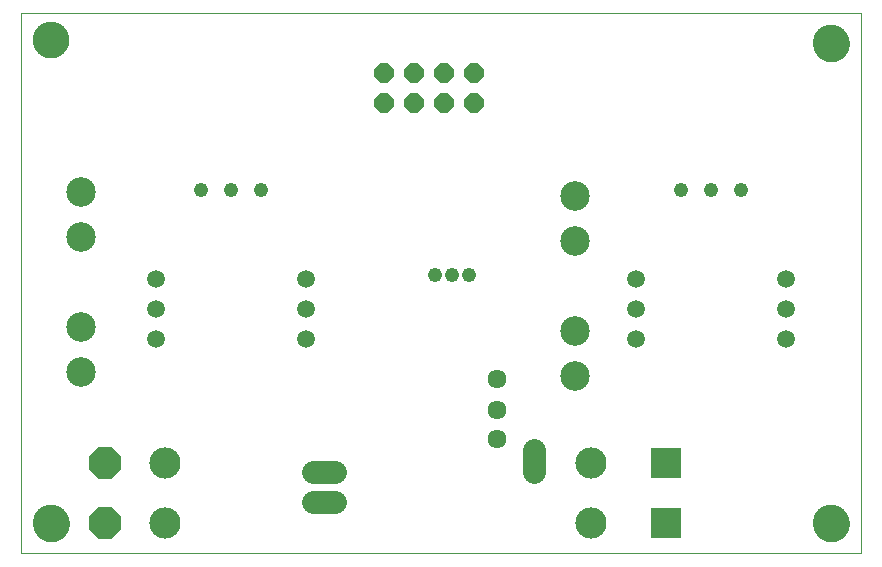
<source format=gbs>
G75*
%MOIN*%
%OFA0B0*%
%FSLAX25Y25*%
%IPPOS*%
%LPD*%
%AMOC8*
5,1,8,0,0,1.08239X$1,22.5*
%
%ADD10C,0.00000*%
%ADD11C,0.12211*%
%ADD12C,0.06337*%
%ADD13C,0.09849*%
%ADD14C,0.04900*%
%ADD15OC8,0.06337*%
%ADD16C,0.07800*%
%ADD17C,0.10400*%
%ADD18OC8,0.10400*%
%ADD19R,0.10400X0.10400*%
%ADD20C,0.05943*%
%ADD21C,0.04762*%
D10*
X0001000Y0023933D02*
X0001000Y0203933D01*
X0281000Y0203933D01*
X0281000Y0023933D01*
X0001000Y0023933D01*
X0005094Y0033933D02*
X0005096Y0034086D01*
X0005102Y0034240D01*
X0005112Y0034393D01*
X0005126Y0034545D01*
X0005144Y0034698D01*
X0005166Y0034849D01*
X0005191Y0035000D01*
X0005221Y0035151D01*
X0005255Y0035301D01*
X0005292Y0035449D01*
X0005333Y0035597D01*
X0005378Y0035743D01*
X0005427Y0035889D01*
X0005480Y0036033D01*
X0005536Y0036175D01*
X0005596Y0036316D01*
X0005660Y0036456D01*
X0005727Y0036594D01*
X0005798Y0036730D01*
X0005873Y0036864D01*
X0005950Y0036996D01*
X0006032Y0037126D01*
X0006116Y0037254D01*
X0006204Y0037380D01*
X0006295Y0037503D01*
X0006389Y0037624D01*
X0006487Y0037742D01*
X0006587Y0037858D01*
X0006691Y0037971D01*
X0006797Y0038082D01*
X0006906Y0038190D01*
X0007018Y0038295D01*
X0007132Y0038396D01*
X0007250Y0038495D01*
X0007369Y0038591D01*
X0007491Y0038684D01*
X0007616Y0038773D01*
X0007743Y0038860D01*
X0007872Y0038942D01*
X0008003Y0039022D01*
X0008136Y0039098D01*
X0008271Y0039171D01*
X0008408Y0039240D01*
X0008547Y0039305D01*
X0008687Y0039367D01*
X0008829Y0039425D01*
X0008972Y0039480D01*
X0009117Y0039531D01*
X0009263Y0039578D01*
X0009410Y0039621D01*
X0009558Y0039660D01*
X0009707Y0039696D01*
X0009857Y0039727D01*
X0010008Y0039755D01*
X0010159Y0039779D01*
X0010312Y0039799D01*
X0010464Y0039815D01*
X0010617Y0039827D01*
X0010770Y0039835D01*
X0010923Y0039839D01*
X0011077Y0039839D01*
X0011230Y0039835D01*
X0011383Y0039827D01*
X0011536Y0039815D01*
X0011688Y0039799D01*
X0011841Y0039779D01*
X0011992Y0039755D01*
X0012143Y0039727D01*
X0012293Y0039696D01*
X0012442Y0039660D01*
X0012590Y0039621D01*
X0012737Y0039578D01*
X0012883Y0039531D01*
X0013028Y0039480D01*
X0013171Y0039425D01*
X0013313Y0039367D01*
X0013453Y0039305D01*
X0013592Y0039240D01*
X0013729Y0039171D01*
X0013864Y0039098D01*
X0013997Y0039022D01*
X0014128Y0038942D01*
X0014257Y0038860D01*
X0014384Y0038773D01*
X0014509Y0038684D01*
X0014631Y0038591D01*
X0014750Y0038495D01*
X0014868Y0038396D01*
X0014982Y0038295D01*
X0015094Y0038190D01*
X0015203Y0038082D01*
X0015309Y0037971D01*
X0015413Y0037858D01*
X0015513Y0037742D01*
X0015611Y0037624D01*
X0015705Y0037503D01*
X0015796Y0037380D01*
X0015884Y0037254D01*
X0015968Y0037126D01*
X0016050Y0036996D01*
X0016127Y0036864D01*
X0016202Y0036730D01*
X0016273Y0036594D01*
X0016340Y0036456D01*
X0016404Y0036316D01*
X0016464Y0036175D01*
X0016520Y0036033D01*
X0016573Y0035889D01*
X0016622Y0035743D01*
X0016667Y0035597D01*
X0016708Y0035449D01*
X0016745Y0035301D01*
X0016779Y0035151D01*
X0016809Y0035000D01*
X0016834Y0034849D01*
X0016856Y0034698D01*
X0016874Y0034545D01*
X0016888Y0034393D01*
X0016898Y0034240D01*
X0016904Y0034086D01*
X0016906Y0033933D01*
X0016904Y0033780D01*
X0016898Y0033626D01*
X0016888Y0033473D01*
X0016874Y0033321D01*
X0016856Y0033168D01*
X0016834Y0033017D01*
X0016809Y0032866D01*
X0016779Y0032715D01*
X0016745Y0032565D01*
X0016708Y0032417D01*
X0016667Y0032269D01*
X0016622Y0032123D01*
X0016573Y0031977D01*
X0016520Y0031833D01*
X0016464Y0031691D01*
X0016404Y0031550D01*
X0016340Y0031410D01*
X0016273Y0031272D01*
X0016202Y0031136D01*
X0016127Y0031002D01*
X0016050Y0030870D01*
X0015968Y0030740D01*
X0015884Y0030612D01*
X0015796Y0030486D01*
X0015705Y0030363D01*
X0015611Y0030242D01*
X0015513Y0030124D01*
X0015413Y0030008D01*
X0015309Y0029895D01*
X0015203Y0029784D01*
X0015094Y0029676D01*
X0014982Y0029571D01*
X0014868Y0029470D01*
X0014750Y0029371D01*
X0014631Y0029275D01*
X0014509Y0029182D01*
X0014384Y0029093D01*
X0014257Y0029006D01*
X0014128Y0028924D01*
X0013997Y0028844D01*
X0013864Y0028768D01*
X0013729Y0028695D01*
X0013592Y0028626D01*
X0013453Y0028561D01*
X0013313Y0028499D01*
X0013171Y0028441D01*
X0013028Y0028386D01*
X0012883Y0028335D01*
X0012737Y0028288D01*
X0012590Y0028245D01*
X0012442Y0028206D01*
X0012293Y0028170D01*
X0012143Y0028139D01*
X0011992Y0028111D01*
X0011841Y0028087D01*
X0011688Y0028067D01*
X0011536Y0028051D01*
X0011383Y0028039D01*
X0011230Y0028031D01*
X0011077Y0028027D01*
X0010923Y0028027D01*
X0010770Y0028031D01*
X0010617Y0028039D01*
X0010464Y0028051D01*
X0010312Y0028067D01*
X0010159Y0028087D01*
X0010008Y0028111D01*
X0009857Y0028139D01*
X0009707Y0028170D01*
X0009558Y0028206D01*
X0009410Y0028245D01*
X0009263Y0028288D01*
X0009117Y0028335D01*
X0008972Y0028386D01*
X0008829Y0028441D01*
X0008687Y0028499D01*
X0008547Y0028561D01*
X0008408Y0028626D01*
X0008271Y0028695D01*
X0008136Y0028768D01*
X0008003Y0028844D01*
X0007872Y0028924D01*
X0007743Y0029006D01*
X0007616Y0029093D01*
X0007491Y0029182D01*
X0007369Y0029275D01*
X0007250Y0029371D01*
X0007132Y0029470D01*
X0007018Y0029571D01*
X0006906Y0029676D01*
X0006797Y0029784D01*
X0006691Y0029895D01*
X0006587Y0030008D01*
X0006487Y0030124D01*
X0006389Y0030242D01*
X0006295Y0030363D01*
X0006204Y0030486D01*
X0006116Y0030612D01*
X0006032Y0030740D01*
X0005950Y0030870D01*
X0005873Y0031002D01*
X0005798Y0031136D01*
X0005727Y0031272D01*
X0005660Y0031410D01*
X0005596Y0031550D01*
X0005536Y0031691D01*
X0005480Y0031833D01*
X0005427Y0031977D01*
X0005378Y0032123D01*
X0005333Y0032269D01*
X0005292Y0032417D01*
X0005255Y0032565D01*
X0005221Y0032715D01*
X0005191Y0032866D01*
X0005166Y0033017D01*
X0005144Y0033168D01*
X0005126Y0033321D01*
X0005112Y0033473D01*
X0005102Y0033626D01*
X0005096Y0033780D01*
X0005094Y0033933D01*
X0265094Y0033933D02*
X0265096Y0034086D01*
X0265102Y0034240D01*
X0265112Y0034393D01*
X0265126Y0034545D01*
X0265144Y0034698D01*
X0265166Y0034849D01*
X0265191Y0035000D01*
X0265221Y0035151D01*
X0265255Y0035301D01*
X0265292Y0035449D01*
X0265333Y0035597D01*
X0265378Y0035743D01*
X0265427Y0035889D01*
X0265480Y0036033D01*
X0265536Y0036175D01*
X0265596Y0036316D01*
X0265660Y0036456D01*
X0265727Y0036594D01*
X0265798Y0036730D01*
X0265873Y0036864D01*
X0265950Y0036996D01*
X0266032Y0037126D01*
X0266116Y0037254D01*
X0266204Y0037380D01*
X0266295Y0037503D01*
X0266389Y0037624D01*
X0266487Y0037742D01*
X0266587Y0037858D01*
X0266691Y0037971D01*
X0266797Y0038082D01*
X0266906Y0038190D01*
X0267018Y0038295D01*
X0267132Y0038396D01*
X0267250Y0038495D01*
X0267369Y0038591D01*
X0267491Y0038684D01*
X0267616Y0038773D01*
X0267743Y0038860D01*
X0267872Y0038942D01*
X0268003Y0039022D01*
X0268136Y0039098D01*
X0268271Y0039171D01*
X0268408Y0039240D01*
X0268547Y0039305D01*
X0268687Y0039367D01*
X0268829Y0039425D01*
X0268972Y0039480D01*
X0269117Y0039531D01*
X0269263Y0039578D01*
X0269410Y0039621D01*
X0269558Y0039660D01*
X0269707Y0039696D01*
X0269857Y0039727D01*
X0270008Y0039755D01*
X0270159Y0039779D01*
X0270312Y0039799D01*
X0270464Y0039815D01*
X0270617Y0039827D01*
X0270770Y0039835D01*
X0270923Y0039839D01*
X0271077Y0039839D01*
X0271230Y0039835D01*
X0271383Y0039827D01*
X0271536Y0039815D01*
X0271688Y0039799D01*
X0271841Y0039779D01*
X0271992Y0039755D01*
X0272143Y0039727D01*
X0272293Y0039696D01*
X0272442Y0039660D01*
X0272590Y0039621D01*
X0272737Y0039578D01*
X0272883Y0039531D01*
X0273028Y0039480D01*
X0273171Y0039425D01*
X0273313Y0039367D01*
X0273453Y0039305D01*
X0273592Y0039240D01*
X0273729Y0039171D01*
X0273864Y0039098D01*
X0273997Y0039022D01*
X0274128Y0038942D01*
X0274257Y0038860D01*
X0274384Y0038773D01*
X0274509Y0038684D01*
X0274631Y0038591D01*
X0274750Y0038495D01*
X0274868Y0038396D01*
X0274982Y0038295D01*
X0275094Y0038190D01*
X0275203Y0038082D01*
X0275309Y0037971D01*
X0275413Y0037858D01*
X0275513Y0037742D01*
X0275611Y0037624D01*
X0275705Y0037503D01*
X0275796Y0037380D01*
X0275884Y0037254D01*
X0275968Y0037126D01*
X0276050Y0036996D01*
X0276127Y0036864D01*
X0276202Y0036730D01*
X0276273Y0036594D01*
X0276340Y0036456D01*
X0276404Y0036316D01*
X0276464Y0036175D01*
X0276520Y0036033D01*
X0276573Y0035889D01*
X0276622Y0035743D01*
X0276667Y0035597D01*
X0276708Y0035449D01*
X0276745Y0035301D01*
X0276779Y0035151D01*
X0276809Y0035000D01*
X0276834Y0034849D01*
X0276856Y0034698D01*
X0276874Y0034545D01*
X0276888Y0034393D01*
X0276898Y0034240D01*
X0276904Y0034086D01*
X0276906Y0033933D01*
X0276904Y0033780D01*
X0276898Y0033626D01*
X0276888Y0033473D01*
X0276874Y0033321D01*
X0276856Y0033168D01*
X0276834Y0033017D01*
X0276809Y0032866D01*
X0276779Y0032715D01*
X0276745Y0032565D01*
X0276708Y0032417D01*
X0276667Y0032269D01*
X0276622Y0032123D01*
X0276573Y0031977D01*
X0276520Y0031833D01*
X0276464Y0031691D01*
X0276404Y0031550D01*
X0276340Y0031410D01*
X0276273Y0031272D01*
X0276202Y0031136D01*
X0276127Y0031002D01*
X0276050Y0030870D01*
X0275968Y0030740D01*
X0275884Y0030612D01*
X0275796Y0030486D01*
X0275705Y0030363D01*
X0275611Y0030242D01*
X0275513Y0030124D01*
X0275413Y0030008D01*
X0275309Y0029895D01*
X0275203Y0029784D01*
X0275094Y0029676D01*
X0274982Y0029571D01*
X0274868Y0029470D01*
X0274750Y0029371D01*
X0274631Y0029275D01*
X0274509Y0029182D01*
X0274384Y0029093D01*
X0274257Y0029006D01*
X0274128Y0028924D01*
X0273997Y0028844D01*
X0273864Y0028768D01*
X0273729Y0028695D01*
X0273592Y0028626D01*
X0273453Y0028561D01*
X0273313Y0028499D01*
X0273171Y0028441D01*
X0273028Y0028386D01*
X0272883Y0028335D01*
X0272737Y0028288D01*
X0272590Y0028245D01*
X0272442Y0028206D01*
X0272293Y0028170D01*
X0272143Y0028139D01*
X0271992Y0028111D01*
X0271841Y0028087D01*
X0271688Y0028067D01*
X0271536Y0028051D01*
X0271383Y0028039D01*
X0271230Y0028031D01*
X0271077Y0028027D01*
X0270923Y0028027D01*
X0270770Y0028031D01*
X0270617Y0028039D01*
X0270464Y0028051D01*
X0270312Y0028067D01*
X0270159Y0028087D01*
X0270008Y0028111D01*
X0269857Y0028139D01*
X0269707Y0028170D01*
X0269558Y0028206D01*
X0269410Y0028245D01*
X0269263Y0028288D01*
X0269117Y0028335D01*
X0268972Y0028386D01*
X0268829Y0028441D01*
X0268687Y0028499D01*
X0268547Y0028561D01*
X0268408Y0028626D01*
X0268271Y0028695D01*
X0268136Y0028768D01*
X0268003Y0028844D01*
X0267872Y0028924D01*
X0267743Y0029006D01*
X0267616Y0029093D01*
X0267491Y0029182D01*
X0267369Y0029275D01*
X0267250Y0029371D01*
X0267132Y0029470D01*
X0267018Y0029571D01*
X0266906Y0029676D01*
X0266797Y0029784D01*
X0266691Y0029895D01*
X0266587Y0030008D01*
X0266487Y0030124D01*
X0266389Y0030242D01*
X0266295Y0030363D01*
X0266204Y0030486D01*
X0266116Y0030612D01*
X0266032Y0030740D01*
X0265950Y0030870D01*
X0265873Y0031002D01*
X0265798Y0031136D01*
X0265727Y0031272D01*
X0265660Y0031410D01*
X0265596Y0031550D01*
X0265536Y0031691D01*
X0265480Y0031833D01*
X0265427Y0031977D01*
X0265378Y0032123D01*
X0265333Y0032269D01*
X0265292Y0032417D01*
X0265255Y0032565D01*
X0265221Y0032715D01*
X0265191Y0032866D01*
X0265166Y0033017D01*
X0265144Y0033168D01*
X0265126Y0033321D01*
X0265112Y0033473D01*
X0265102Y0033626D01*
X0265096Y0033780D01*
X0265094Y0033933D01*
X0265094Y0193933D02*
X0265096Y0194086D01*
X0265102Y0194240D01*
X0265112Y0194393D01*
X0265126Y0194545D01*
X0265144Y0194698D01*
X0265166Y0194849D01*
X0265191Y0195000D01*
X0265221Y0195151D01*
X0265255Y0195301D01*
X0265292Y0195449D01*
X0265333Y0195597D01*
X0265378Y0195743D01*
X0265427Y0195889D01*
X0265480Y0196033D01*
X0265536Y0196175D01*
X0265596Y0196316D01*
X0265660Y0196456D01*
X0265727Y0196594D01*
X0265798Y0196730D01*
X0265873Y0196864D01*
X0265950Y0196996D01*
X0266032Y0197126D01*
X0266116Y0197254D01*
X0266204Y0197380D01*
X0266295Y0197503D01*
X0266389Y0197624D01*
X0266487Y0197742D01*
X0266587Y0197858D01*
X0266691Y0197971D01*
X0266797Y0198082D01*
X0266906Y0198190D01*
X0267018Y0198295D01*
X0267132Y0198396D01*
X0267250Y0198495D01*
X0267369Y0198591D01*
X0267491Y0198684D01*
X0267616Y0198773D01*
X0267743Y0198860D01*
X0267872Y0198942D01*
X0268003Y0199022D01*
X0268136Y0199098D01*
X0268271Y0199171D01*
X0268408Y0199240D01*
X0268547Y0199305D01*
X0268687Y0199367D01*
X0268829Y0199425D01*
X0268972Y0199480D01*
X0269117Y0199531D01*
X0269263Y0199578D01*
X0269410Y0199621D01*
X0269558Y0199660D01*
X0269707Y0199696D01*
X0269857Y0199727D01*
X0270008Y0199755D01*
X0270159Y0199779D01*
X0270312Y0199799D01*
X0270464Y0199815D01*
X0270617Y0199827D01*
X0270770Y0199835D01*
X0270923Y0199839D01*
X0271077Y0199839D01*
X0271230Y0199835D01*
X0271383Y0199827D01*
X0271536Y0199815D01*
X0271688Y0199799D01*
X0271841Y0199779D01*
X0271992Y0199755D01*
X0272143Y0199727D01*
X0272293Y0199696D01*
X0272442Y0199660D01*
X0272590Y0199621D01*
X0272737Y0199578D01*
X0272883Y0199531D01*
X0273028Y0199480D01*
X0273171Y0199425D01*
X0273313Y0199367D01*
X0273453Y0199305D01*
X0273592Y0199240D01*
X0273729Y0199171D01*
X0273864Y0199098D01*
X0273997Y0199022D01*
X0274128Y0198942D01*
X0274257Y0198860D01*
X0274384Y0198773D01*
X0274509Y0198684D01*
X0274631Y0198591D01*
X0274750Y0198495D01*
X0274868Y0198396D01*
X0274982Y0198295D01*
X0275094Y0198190D01*
X0275203Y0198082D01*
X0275309Y0197971D01*
X0275413Y0197858D01*
X0275513Y0197742D01*
X0275611Y0197624D01*
X0275705Y0197503D01*
X0275796Y0197380D01*
X0275884Y0197254D01*
X0275968Y0197126D01*
X0276050Y0196996D01*
X0276127Y0196864D01*
X0276202Y0196730D01*
X0276273Y0196594D01*
X0276340Y0196456D01*
X0276404Y0196316D01*
X0276464Y0196175D01*
X0276520Y0196033D01*
X0276573Y0195889D01*
X0276622Y0195743D01*
X0276667Y0195597D01*
X0276708Y0195449D01*
X0276745Y0195301D01*
X0276779Y0195151D01*
X0276809Y0195000D01*
X0276834Y0194849D01*
X0276856Y0194698D01*
X0276874Y0194545D01*
X0276888Y0194393D01*
X0276898Y0194240D01*
X0276904Y0194086D01*
X0276906Y0193933D01*
X0276904Y0193780D01*
X0276898Y0193626D01*
X0276888Y0193473D01*
X0276874Y0193321D01*
X0276856Y0193168D01*
X0276834Y0193017D01*
X0276809Y0192866D01*
X0276779Y0192715D01*
X0276745Y0192565D01*
X0276708Y0192417D01*
X0276667Y0192269D01*
X0276622Y0192123D01*
X0276573Y0191977D01*
X0276520Y0191833D01*
X0276464Y0191691D01*
X0276404Y0191550D01*
X0276340Y0191410D01*
X0276273Y0191272D01*
X0276202Y0191136D01*
X0276127Y0191002D01*
X0276050Y0190870D01*
X0275968Y0190740D01*
X0275884Y0190612D01*
X0275796Y0190486D01*
X0275705Y0190363D01*
X0275611Y0190242D01*
X0275513Y0190124D01*
X0275413Y0190008D01*
X0275309Y0189895D01*
X0275203Y0189784D01*
X0275094Y0189676D01*
X0274982Y0189571D01*
X0274868Y0189470D01*
X0274750Y0189371D01*
X0274631Y0189275D01*
X0274509Y0189182D01*
X0274384Y0189093D01*
X0274257Y0189006D01*
X0274128Y0188924D01*
X0273997Y0188844D01*
X0273864Y0188768D01*
X0273729Y0188695D01*
X0273592Y0188626D01*
X0273453Y0188561D01*
X0273313Y0188499D01*
X0273171Y0188441D01*
X0273028Y0188386D01*
X0272883Y0188335D01*
X0272737Y0188288D01*
X0272590Y0188245D01*
X0272442Y0188206D01*
X0272293Y0188170D01*
X0272143Y0188139D01*
X0271992Y0188111D01*
X0271841Y0188087D01*
X0271688Y0188067D01*
X0271536Y0188051D01*
X0271383Y0188039D01*
X0271230Y0188031D01*
X0271077Y0188027D01*
X0270923Y0188027D01*
X0270770Y0188031D01*
X0270617Y0188039D01*
X0270464Y0188051D01*
X0270312Y0188067D01*
X0270159Y0188087D01*
X0270008Y0188111D01*
X0269857Y0188139D01*
X0269707Y0188170D01*
X0269558Y0188206D01*
X0269410Y0188245D01*
X0269263Y0188288D01*
X0269117Y0188335D01*
X0268972Y0188386D01*
X0268829Y0188441D01*
X0268687Y0188499D01*
X0268547Y0188561D01*
X0268408Y0188626D01*
X0268271Y0188695D01*
X0268136Y0188768D01*
X0268003Y0188844D01*
X0267872Y0188924D01*
X0267743Y0189006D01*
X0267616Y0189093D01*
X0267491Y0189182D01*
X0267369Y0189275D01*
X0267250Y0189371D01*
X0267132Y0189470D01*
X0267018Y0189571D01*
X0266906Y0189676D01*
X0266797Y0189784D01*
X0266691Y0189895D01*
X0266587Y0190008D01*
X0266487Y0190124D01*
X0266389Y0190242D01*
X0266295Y0190363D01*
X0266204Y0190486D01*
X0266116Y0190612D01*
X0266032Y0190740D01*
X0265950Y0190870D01*
X0265873Y0191002D01*
X0265798Y0191136D01*
X0265727Y0191272D01*
X0265660Y0191410D01*
X0265596Y0191550D01*
X0265536Y0191691D01*
X0265480Y0191833D01*
X0265427Y0191977D01*
X0265378Y0192123D01*
X0265333Y0192269D01*
X0265292Y0192417D01*
X0265255Y0192565D01*
X0265221Y0192715D01*
X0265191Y0192866D01*
X0265166Y0193017D01*
X0265144Y0193168D01*
X0265126Y0193321D01*
X0265112Y0193473D01*
X0265102Y0193626D01*
X0265096Y0193780D01*
X0265094Y0193933D01*
X0004937Y0195193D02*
X0004939Y0195346D01*
X0004945Y0195500D01*
X0004955Y0195653D01*
X0004969Y0195805D01*
X0004987Y0195958D01*
X0005009Y0196109D01*
X0005034Y0196260D01*
X0005064Y0196411D01*
X0005098Y0196561D01*
X0005135Y0196709D01*
X0005176Y0196857D01*
X0005221Y0197003D01*
X0005270Y0197149D01*
X0005323Y0197293D01*
X0005379Y0197435D01*
X0005439Y0197576D01*
X0005503Y0197716D01*
X0005570Y0197854D01*
X0005641Y0197990D01*
X0005716Y0198124D01*
X0005793Y0198256D01*
X0005875Y0198386D01*
X0005959Y0198514D01*
X0006047Y0198640D01*
X0006138Y0198763D01*
X0006232Y0198884D01*
X0006330Y0199002D01*
X0006430Y0199118D01*
X0006534Y0199231D01*
X0006640Y0199342D01*
X0006749Y0199450D01*
X0006861Y0199555D01*
X0006975Y0199656D01*
X0007093Y0199755D01*
X0007212Y0199851D01*
X0007334Y0199944D01*
X0007459Y0200033D01*
X0007586Y0200120D01*
X0007715Y0200202D01*
X0007846Y0200282D01*
X0007979Y0200358D01*
X0008114Y0200431D01*
X0008251Y0200500D01*
X0008390Y0200565D01*
X0008530Y0200627D01*
X0008672Y0200685D01*
X0008815Y0200740D01*
X0008960Y0200791D01*
X0009106Y0200838D01*
X0009253Y0200881D01*
X0009401Y0200920D01*
X0009550Y0200956D01*
X0009700Y0200987D01*
X0009851Y0201015D01*
X0010002Y0201039D01*
X0010155Y0201059D01*
X0010307Y0201075D01*
X0010460Y0201087D01*
X0010613Y0201095D01*
X0010766Y0201099D01*
X0010920Y0201099D01*
X0011073Y0201095D01*
X0011226Y0201087D01*
X0011379Y0201075D01*
X0011531Y0201059D01*
X0011684Y0201039D01*
X0011835Y0201015D01*
X0011986Y0200987D01*
X0012136Y0200956D01*
X0012285Y0200920D01*
X0012433Y0200881D01*
X0012580Y0200838D01*
X0012726Y0200791D01*
X0012871Y0200740D01*
X0013014Y0200685D01*
X0013156Y0200627D01*
X0013296Y0200565D01*
X0013435Y0200500D01*
X0013572Y0200431D01*
X0013707Y0200358D01*
X0013840Y0200282D01*
X0013971Y0200202D01*
X0014100Y0200120D01*
X0014227Y0200033D01*
X0014352Y0199944D01*
X0014474Y0199851D01*
X0014593Y0199755D01*
X0014711Y0199656D01*
X0014825Y0199555D01*
X0014937Y0199450D01*
X0015046Y0199342D01*
X0015152Y0199231D01*
X0015256Y0199118D01*
X0015356Y0199002D01*
X0015454Y0198884D01*
X0015548Y0198763D01*
X0015639Y0198640D01*
X0015727Y0198514D01*
X0015811Y0198386D01*
X0015893Y0198256D01*
X0015970Y0198124D01*
X0016045Y0197990D01*
X0016116Y0197854D01*
X0016183Y0197716D01*
X0016247Y0197576D01*
X0016307Y0197435D01*
X0016363Y0197293D01*
X0016416Y0197149D01*
X0016465Y0197003D01*
X0016510Y0196857D01*
X0016551Y0196709D01*
X0016588Y0196561D01*
X0016622Y0196411D01*
X0016652Y0196260D01*
X0016677Y0196109D01*
X0016699Y0195958D01*
X0016717Y0195805D01*
X0016731Y0195653D01*
X0016741Y0195500D01*
X0016747Y0195346D01*
X0016749Y0195193D01*
X0016747Y0195040D01*
X0016741Y0194886D01*
X0016731Y0194733D01*
X0016717Y0194581D01*
X0016699Y0194428D01*
X0016677Y0194277D01*
X0016652Y0194126D01*
X0016622Y0193975D01*
X0016588Y0193825D01*
X0016551Y0193677D01*
X0016510Y0193529D01*
X0016465Y0193383D01*
X0016416Y0193237D01*
X0016363Y0193093D01*
X0016307Y0192951D01*
X0016247Y0192810D01*
X0016183Y0192670D01*
X0016116Y0192532D01*
X0016045Y0192396D01*
X0015970Y0192262D01*
X0015893Y0192130D01*
X0015811Y0192000D01*
X0015727Y0191872D01*
X0015639Y0191746D01*
X0015548Y0191623D01*
X0015454Y0191502D01*
X0015356Y0191384D01*
X0015256Y0191268D01*
X0015152Y0191155D01*
X0015046Y0191044D01*
X0014937Y0190936D01*
X0014825Y0190831D01*
X0014711Y0190730D01*
X0014593Y0190631D01*
X0014474Y0190535D01*
X0014352Y0190442D01*
X0014227Y0190353D01*
X0014100Y0190266D01*
X0013971Y0190184D01*
X0013840Y0190104D01*
X0013707Y0190028D01*
X0013572Y0189955D01*
X0013435Y0189886D01*
X0013296Y0189821D01*
X0013156Y0189759D01*
X0013014Y0189701D01*
X0012871Y0189646D01*
X0012726Y0189595D01*
X0012580Y0189548D01*
X0012433Y0189505D01*
X0012285Y0189466D01*
X0012136Y0189430D01*
X0011986Y0189399D01*
X0011835Y0189371D01*
X0011684Y0189347D01*
X0011531Y0189327D01*
X0011379Y0189311D01*
X0011226Y0189299D01*
X0011073Y0189291D01*
X0010920Y0189287D01*
X0010766Y0189287D01*
X0010613Y0189291D01*
X0010460Y0189299D01*
X0010307Y0189311D01*
X0010155Y0189327D01*
X0010002Y0189347D01*
X0009851Y0189371D01*
X0009700Y0189399D01*
X0009550Y0189430D01*
X0009401Y0189466D01*
X0009253Y0189505D01*
X0009106Y0189548D01*
X0008960Y0189595D01*
X0008815Y0189646D01*
X0008672Y0189701D01*
X0008530Y0189759D01*
X0008390Y0189821D01*
X0008251Y0189886D01*
X0008114Y0189955D01*
X0007979Y0190028D01*
X0007846Y0190104D01*
X0007715Y0190184D01*
X0007586Y0190266D01*
X0007459Y0190353D01*
X0007334Y0190442D01*
X0007212Y0190535D01*
X0007093Y0190631D01*
X0006975Y0190730D01*
X0006861Y0190831D01*
X0006749Y0190936D01*
X0006640Y0191044D01*
X0006534Y0191155D01*
X0006430Y0191268D01*
X0006330Y0191384D01*
X0006232Y0191502D01*
X0006138Y0191623D01*
X0006047Y0191746D01*
X0005959Y0191872D01*
X0005875Y0192000D01*
X0005793Y0192130D01*
X0005716Y0192262D01*
X0005641Y0192396D01*
X0005570Y0192532D01*
X0005503Y0192670D01*
X0005439Y0192810D01*
X0005379Y0192951D01*
X0005323Y0193093D01*
X0005270Y0193237D01*
X0005221Y0193383D01*
X0005176Y0193529D01*
X0005135Y0193677D01*
X0005098Y0193825D01*
X0005064Y0193975D01*
X0005034Y0194126D01*
X0005009Y0194277D01*
X0004987Y0194428D01*
X0004969Y0194581D01*
X0004955Y0194733D01*
X0004945Y0194886D01*
X0004939Y0195040D01*
X0004937Y0195193D01*
D11*
X0010843Y0195193D03*
X0271000Y0193933D03*
X0271000Y0033933D03*
X0011000Y0033933D03*
D12*
X0159823Y0061933D03*
X0159823Y0071776D03*
X0159823Y0082012D03*
D13*
X0185500Y0082933D03*
X0185500Y0097933D03*
X0185500Y0127933D03*
X0185500Y0142933D03*
X0021000Y0144433D03*
X0021000Y0129433D03*
X0021000Y0099433D03*
X0021000Y0084433D03*
D14*
X0139000Y0116633D03*
X0144700Y0116733D03*
X0150300Y0116733D03*
D15*
X0152000Y0173933D03*
X0142000Y0173933D03*
X0132000Y0173933D03*
X0122000Y0173933D03*
X0122000Y0183933D03*
X0132000Y0183933D03*
X0142000Y0183933D03*
X0152000Y0183933D03*
D16*
X0172000Y0058333D02*
X0172000Y0050933D01*
X0105700Y0050933D02*
X0098300Y0050933D01*
X0098300Y0040933D02*
X0105700Y0040933D01*
D17*
X0049000Y0033933D03*
X0049000Y0053933D03*
X0191000Y0053933D03*
X0191000Y0033933D03*
D18*
X0029000Y0033933D03*
X0029000Y0053933D03*
D19*
X0216000Y0053933D03*
X0216000Y0033933D03*
D20*
X0206000Y0095311D03*
X0206000Y0105311D03*
X0206000Y0115311D03*
X0256000Y0115311D03*
X0256000Y0105311D03*
X0256000Y0095311D03*
X0096000Y0095311D03*
X0096000Y0105311D03*
X0096000Y0115311D03*
X0046000Y0115311D03*
X0046000Y0105311D03*
X0046000Y0095311D03*
D21*
X0061000Y0145232D03*
X0071000Y0145232D03*
X0081000Y0145232D03*
X0221000Y0145232D03*
X0231000Y0145232D03*
X0241000Y0145232D03*
M02*

</source>
